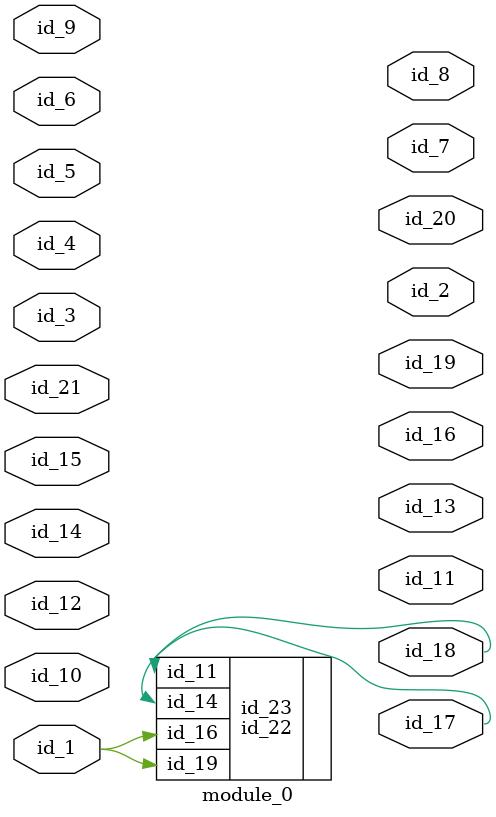
<source format=v>
module module_0 (
    id_1,
    id_2,
    id_3,
    id_4,
    id_5,
    id_6,
    id_7,
    id_8,
    id_9,
    id_10,
    id_11,
    id_12,
    id_13,
    id_14,
    id_15,
    id_16,
    id_17,
    id_18,
    id_19,
    id_20,
    id_21
);
  input id_21;
  output id_20;
  output id_19;
  output id_18;
  output id_17;
  output id_16;
  input id_15;
  input id_14;
  output id_13;
  input id_12;
  output id_11;
  input id_10;
  input id_9;
  output id_8;
  output id_7;
  input id_6;
  input id_5;
  input id_4;
  input id_3;
  output id_2;
  input id_1;
  id_22 id_23 (
      .id_14(id_17),
      .id_11(id_18),
      .id_16(id_1),
      .id_19(id_1)
  );
endmodule

</source>
